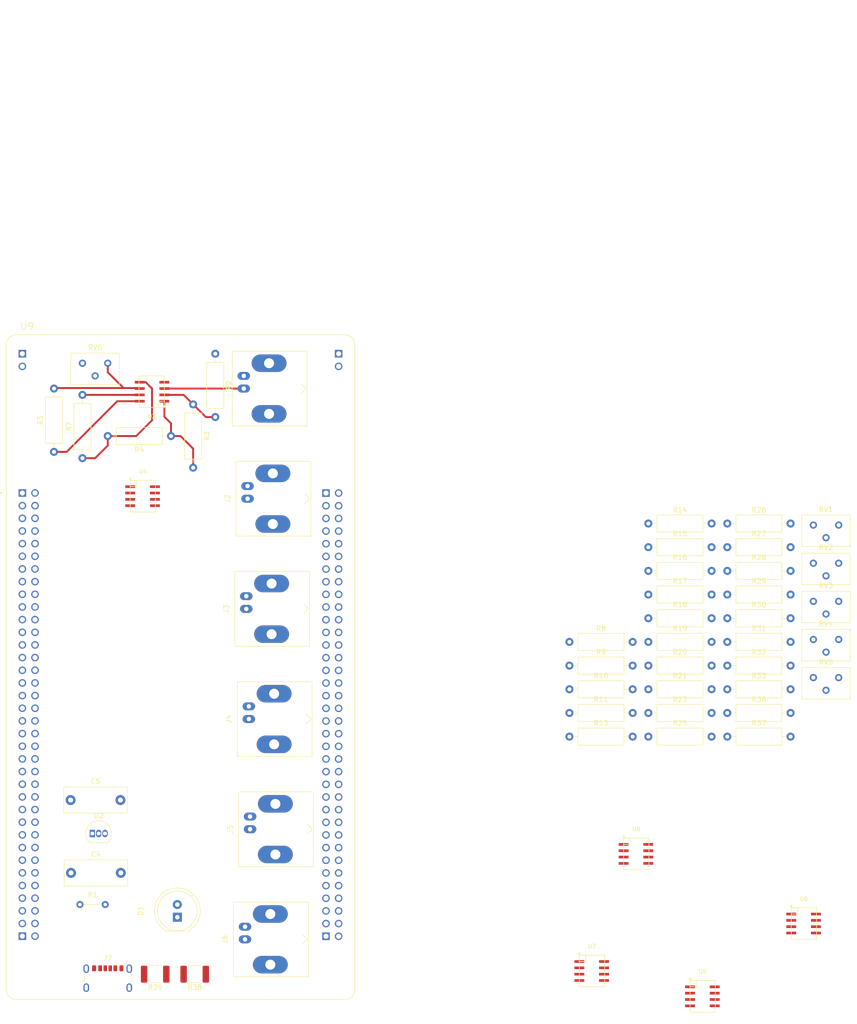
<source format=kicad_pcb>
(kicad_pcb (version 20241229) (generator "pcbnew") (generator_version "9.0")
  (layers (0 "F.Cu" signal) (2 "B.Cu" signal) (13 "F.Paste" user) (15 "B.Paste" user) (5 "F.SilkS" user "F.Silkscreen") (7 "B.SilkS" user "B.Silkscreen") (1 "F.Mask" user) (3 "B.Mask" user) (25 "Edge.Cuts" user))
  (net 0 "")
  (net 1 "GND")
  (net 2 "5V")
  (net 3 "3V3")
  (net 4 "Net-(D1-A)")
  (net 5 "Net-(J7-CC1)")
  (net 6 "Net-(J7-CC2)")
  (net 7 "Net-(R2-Pad2)")
  (net 8 "Net-(R3-Pad2)")
  (net 9 "Net-(R4-Pad2)")
  (net 10 "Net-(R5-Pad2)")
  (net 11 "pulse_out1")
  (net 12 "Net-(R8-Pad2)")
  (net 13 "Net-(R10-Pad1)")
  (net 14 "Net-(R10-Pad2)")
  (net 15 "Net-(R11-Pad2)")
  (net 16 "pulse_out2")
  (net 17 "Net-(R14-Pad2)")
  (net 18 "Net-(R15-Pad2)")
  (net 19 "Net-(R16-Pad2)")
  (net 20 "Net-(R17-Pad2)")
  (net 21 "Net-(R18-Pad2)")
  (net 22 "Net-(R19-Pad2)")
  (net 23 "Net-(R20-Pad2)")
  (net 24 "Net-(R21-Pad2)")
  (net 25 "pulse_out4")
  (net 26 "pulse_out3")
  (net 27 "Net-(R26-Pad2)")
  (net 28 "Net-(R27-Pad2)")
  (net 29 "Net-(R28-Pad2)")
  (net 30 "Net-(R29-Pad2)")
  (net 31 "Net-(R30-Pad2)")
  (net 32 "Net-(R31-Pad2)")
  (net 33 "Net-(R32-Pad2)")
  (net 34 "Net-(R33-Pad2)")
  (net 35 "pulse_out5")
  (net 36 "pulse_out6")
  (net 38 "Net-(U9J-GND_CN16-PadCN16_1)")
  (net 41 "Net-(U9A-GND_CN11-PadCN11_19)")
  (net 54 "Net-(U9I-GND_CN15-PadCN15_1)")
  (net 56 "Net-(U9B-GND_CN12-PadCN12_20)")
  (net 66 "Net-(U9H-GND_CN4-PadCN4_1)")
  (net 98 "Net-(U9G-GND_CN3-PadCN3_1)")
  (net 172 "Net-(J1-In)")
  (net 173 "Net-(J2-In)")
  (net 174 "Net-(J3-In)")
  (net 175 "Net-(J4-In)")
  (net 176 "Net-(J5-In)")
  (net 177 "Net-(J6-In)")
  (footprint "Resistor_THT:R_Axial_DIN0309_L9.0mm_D3.2mm_P12.70mm_Horizontal" (layer "F.Cu") (at 158.7 94.005)
    (property "Reference" "R19")
    (property "Value" "10k")
  )
  (footprint "LED_THT:LED_D8.0mm" (layer "F.Cu") (at 64.135 149.225 90)
    (property "Reference" "D1")
    (property "Value" "LED_RED")
  )
  (footprint "Connector_Coaxial:BNC_Amphenol_B6252HB-NPP3G-50_Horizontal" (layer "F.Cu") (at 78.74 131.572 -90)
    (property "Reference" "J5")
    (property "Value" "Conn_Coaxial")
  )
  (footprint "ADA4891:SOIC8" (layer "F.Cu") (at 61.5315 41.91 180)
    (property "Reference" "U3")
    (property "Value" "ADA4891-2ARZ-R7")
  )
  (footprint "NUCLEOH723ZG:MODULE_NUCLEOH723ZG" (layer "F.Cu") (at 64.77 99.06)
    (property "Reference" "U9")
    (property "Value" "NUCLEOH723ZG")
  )
  (footprint "Capacitor_THT:C_Disc_D12.5mm_W5.0mm_P10.00mm" (layer "F.Cu") (at 42.785 140.335)
    (property "Reference" "C4")
    (property "Value" "1u")
  )
  (footprint "Resistor_THT:R_Axial_DIN0309_L9.0mm_D3.2mm_P12.70mm_Horizontal" (layer "F.Cu") (at 158.7 89.255)
    (property "Reference" "R18")
    (property "Value" "15k")
  )
  (footprint "Potentiometer_THT:Potentiometer_Bourns_3299Y_Vertical" (layer "F.Cu") (at 196.91 85.865)
    (property "Reference" "RV3")
    (property "Value" "R_Potentiometer")
  )
  (footprint "Resistor_THT:R_Axial_DIN0309_L9.0mm_D3.2mm_P12.70mm_Horizontal" (layer "F.Cu") (at 174.55 103.505)
    (property "Reference" "R33")
    (property "Value" "10k")
  )
  (footprint "ADA4891:SOIC8" (layer "F.Cu") (at 144.8435 161.925)
    (property "Reference" "U7")
    (property "Value" "ADA4891-2ARZ-R7")
  )
  (footprint "ADA4891:SOIC8" (layer "F.Cu") (at 167.0685 167.005)
    (property "Reference" "U5")
    (property "Value" "ADA4891-2ARZ-R7")
  )
  (footprint "Potentiometer_THT:Potentiometer_Bourns_3299Y_Vertical" (layer "F.Cu") (at 196.91 101.165)
    (property "Reference" "RV5")
    (property "Value" "R_Potentiometer")
  )
  (footprint "ADA4891:SOIC8" (layer "F.Cu") (at 54.6735 66.675)
    (property "Reference" "U4")
    (property "Value" "ADA4891-2ARZ-R7")
  )
  (footprint "Resistor_THT:R_Axial_DIN0309_L9.0mm_D3.2mm_P12.70mm_Horizontal" (layer "F.Cu") (at 174.55 79.755)
    (property "Reference" "R28")
    (property "Value" "8.2k")
  )
  (footprint "Resistor_THT:R_Axial_DIN0309_L9.0mm_D3.2mm_P12.70mm_Horizontal" (layer "F.Cu") (at 142.85 94.005)
    (property "Reference" "R8")
    (property "Value" "10k")
  )
  (footprint "Resistor_THT:R_Axial_DIN0309_L9.0mm_D3.2mm_P12.70mm_Horizontal" (layer "F.Cu") (at 67.31 46.355 -90)
    (property "Reference" "R3")
    (property "Value" "8.2k")
  )
  (footprint "ADA4891:SOIC8" (layer "F.Cu") (at 187.3885 152.4)
    (property "Reference" "U6")
    (property "Value" "ADA4891-2ARZ-R7")
  )
  (footprint "Potentiometer_THT:Potentiometer_Bourns_3299Y_Vertical" (layer "F.Cu") (at 50.165 38.1)
    (property "Reference" "RV6")
    (property "Value" "R_Potentiometer")
  )
  (footprint "Resistor_THT:R_Axial_DIN0309_L9.0mm_D3.2mm_P12.70mm_Horizontal" (layer "F.Cu") (at 174.55 94.005)
    (property "Reference" "R31")
    (property "Value" "15k")
  )
  (footprint "Resistor_THT:R_Axial_DIN0309_L9.0mm_D3.2mm_P12.70mm_Horizontal" (layer "F.Cu") (at 158.7 75.005)
    (property "Reference" "R15")
    (property "Value" "10k")
  )
  (footprint "Potentiometer_THT:Potentiometer_Bourns_3299Y_Vertical" (layer "F.Cu") (at 196.91 78.215)
    (property "Reference" "RV2")
    (property "Value" "R_Potentiometer")
  )
  (footprint "Resistor_THT:R_Axial_DIN0309_L9.0mm_D3.2mm_P12.70mm_Horizontal" (layer "F.Cu") (at 174.55 98.755)
    (property "Reference" "R32")
    (property "Value" "10k")
  )
  (footprint "Resistor_THT:R_Axial_DIN0309_L9.0mm_D3.2mm_P12.70mm_Horizontal" (layer "F.Cu") (at 45.085 57.15 90)
    (property "Reference" "R7")
    (property "Value" "33k")
  )
  (footprint "ADA4891:SOIC8" (layer "F.Cu") (at 153.7335 138.43)
    (property "Reference" "U8")
    (property "Value" "ADA4891-2ARZ-R7")
  )
  (footprint "Resistor_THT:R_Axial_DIN0309_L9.0mm_D3.2mm_P12.70mm_Horizontal" (layer "F.Cu") (at 39.37 55.88 90)
    (property "Reference" "R5")
    (property "Value" "10k")
  )
  (footprint "Resistor_THT:R_Axial_DIN0309_L9.0mm_D3.2mm_P12.70mm_Horizontal" (layer "F.Cu") (at 142.85 113.005)
    (property "Reference" "R13")
    (property "Value" "33k")
  )
  (footprint "Resistor_THT:R_Axial_DIN0204_L3.6mm_D1.6mm_P5.08mm_Vertical" (layer "F.Cu") (at 44.58 146.685)
    (property "Reference" "R1")
    (property "Value" "660")
  )
  (footprint "Resistor_THT:R_Axial_DIN0309_L9.0mm_D3.2mm_P12.70mm_Horizontal" (layer "F.Cu") (at 158.7 108.255)
    (property "Reference" "R23")
    (property "Value" "33k")
  )
  (footprint "Resistor_THT:R_Axial_DIN0309_L9.0mm_D3.2mm_P12.70mm_Horizontal" (layer "F.Cu") (at 158.7 113.005)
    (property "Reference" "R25")
    (property "Value" "33k")
  )
  (footprint "Resistor_THT:R_Axial_DIN0309_L9.0mm_D3.2mm_P12.70mm_Horizontal" (layer "F.Cu") (at 174.55 108.255)
    (property "Reference" "R36")
    (property "Value" "33k")
  )
  (footprint "Potentiometer_THT:Potentiometer_Bourns_3299Y_Vertical" (layer "F.Cu") (at 196.91 70.565)
    (property "Reference" "RV1")
    (property "Value" "R_Potentiometer")
  )
  (footprint "Resistor_THT:R_Axial_DIN0309_L9.0mm_D3.2mm_P12.70mm_Horizontal" (layer "F.Cu") (at 158.7 84.505)
    (property "Reference" "R17")
    (property "Value" "8.2k")
  )
  (footprint "Resistor_THT:R_Axial_DIN0309_L9.0mm_D3.2mm_P12.70mm_Horizontal" (layer "F.Cu") (at 174.55 84.505)
    (property "Reference" "R29")
    (property "Value" "8.2k")
  )
  (footprint "Connector_Coaxial:BNC_Amphenol_B6252HB-NPP3G-50_Horizontal" (layer "F.Cu") (at 78.486 109.474 -90)
    (property "Reference" "J4")
    (property "Value" "Conn_Coaxial")
  )
  (footprint "Resistor_THT:R_Axial_DIN0309_L9.0mm_D3.2mm_P12.70mm_Horizontal" (layer "F.Cu") (at 142.85 108.255)
    (property "Reference" "R11")
    (property "Value" "10k")
  )
  (footprint "Resistor_THT:R_Axial_DIN0309_L9.0mm_D3.2mm_P12.70mm_Horizontal" (layer "F.Cu") (at 174.55 70.255)
    (property "Reference" "R26")
    (property "Value" "10k")
  )
  (footprint "Resistor_THT:R_Axial_DIN0309_L9.0mm_D3.2mm_P12.70mm_Horizontal" (layer "F.Cu") (at 142.85 98.755)
    (property "Reference" "R9")
    (property "Value" "8.2k")
  )
  (footprint "Potentiometer_THT:Potentiometer_Bourns_3299Y_Vertical" (layer "F.Cu") (at 196.91 93.515)
    (property "Reference" "RV4")
    (property "Value" "R_Potentiometer")
  )
  (footprint "Resistor_SMD:R_1812_4532Metric_Pad1.30x3.40mm_HandSolder" (layer "F.Cu") (at 67.625 160.655 180)
    (property "Reference" "R38")
    (property "Value" "5.1k")
  )
  (footprint "Resistor_SMD:R_1812_4532Metric_Pad1.30x3.40mm_HandSolder" (layer "F.Cu") (at 59.69 160.655 180)
    (property "Reference" "R39")
    (property "Value" "5.1k")
  )
  (footprint "Resistor_THT:R_Axial_DIN0309_L9.0mm_D3.2mm_P12.70mm_Horizontal" (layer "F.Cu") (at 158.7 103.505)
    (property "Reference" "R21")
    (property "Value" "10k")
  )
  (footprint "Resistor_THT:R_Axial_DIN0309_L9.0mm_D3.2mm_P12.70mm_Horizontal" (layer "F.Cu") (at 174.55 75.005)
    (property "Reference" "R27")
    (property "Value" "10k")
  )
  (footprint "Resistor_THT:R_Axial_DIN0309_L9.0mm_D3.2mm_P12.70mm_Horizontal" (layer "F.Cu") (at 174.55 113.005)
    (property "Reference" "R37")
    (property "Value" "33k")
  )
  (footprint "Resistor_THT:R_Axial_DIN0309_L9.0mm_D3.2mm_P12.70mm_Horizontal" (layer "F.Cu") (at 158.7 70.255)
    (property "Reference" "R14")
    (property "Value" "10k")
  )
  (footprint "Resistor_THT:R_Axial_DIN0309_L9.0mm_D3.2mm_P12.70mm_Horizontal" (layer "F.Cu") (at 174.55 89.255)
    (property "Reference" "R30")
    (property "Value" "15k")
  )
  (footprint "Resistor_THT:R_Axial_DIN0309_L9.0mm_D3.2mm_P12.70mm_Horizontal" (layer "F.Cu") (at 158.7 98.755)
    (property "Reference" "R20")
    (property "Value" "15k")
  )
  (footprint "Connector_Coaxial:BNC_Amphenol_B6252HB-NPP3G-50_Horizontal" (layer "F.Cu") (at 77.978 87.376 -90)
    (property "Reference" "J3")
    (property "Value" "Conn_Coaxial")
  )
  (footprint "Connector_USB:USB_C_Receptacle_GCT_USB4125-xx-x-0190_6P_TopMnt_Horizontal" (layer "F.Cu") (at 50.165 162.56)
    (property "Reference" "J7")
    (property "Value" "USB_C_Receptacle_PowerOnly_6P")
  )
  (footprint "Resistor_THT:R_Axial_DIN0309_L9.0mm_D3.2mm_P12.70mm_Horizontal" (layer "F.Cu") (at 142.85 103.505)
    (property "Reference" "R10")
    (property "Value" "15k")
  )
  (footprint "Connector_Coaxial:BNC_Amphenol_B6252HB-NPP3G-50_Horizontal" (layer "F.Cu") (at 77.724 153.67 -90)
    (property "Reference" "J6")
    (property "Value" "Conn_Coaxial")
  )
  (footprint "Package_TO_SOT_THT:TO-92_Inline" (layer "F.Cu") (at 47.07 132.44)
    (property "Reference" "U2")
    (property "Value" "MCP1700x-330xxTO")
  )
  (footprint "Capacitor_THT:C_Disc_D12.5mm_W5.0mm_P10.00mm" (layer "F.Cu") (at 42.705 125.73)
    (property "Reference" "C5")
    (property "Value" "1u")
  )
  (footprint "Connector_Coaxial:BNC_Amphenol_B6252HB-NPP3G-50_Horizontal" (layer "F.Cu") (at 78.232 65.278 -90)
    (property "Reference" "J2")
    (property "Value" "Conn_Coaxial")
  )
  (footprint "Resistor_THT:R_Axial_DIN0309_L9.0mm_D3.2mm_P12.70mm_Horizontal" (layer "F.Cu") (at 62.865 52.705 180)
    (property "Reference" "R4")
    (property "Value" "15k")
  )
  (footprint "Resistor_THT:R_Axial_DIN0309_L9.0mm_D3.2mm_P12.70mm_Horizontal" (layer "F.Cu") (at 158.7 79.755)
    (property "Reference" "R16")
    (property "Value" "8.2k")
  )
  (footprint "Resistor_THT:R_Axial_DIN0309_L9.0mm_D3.2mm_P12.70mm_Horizontal" (layer "F.Cu") (at 71.755 36.195 -90)
    (property "Reference" "R2")
    (property "Value" "10k")
  )
  (footprint "Connector_Coaxial:BNC_Amphenol_B6252HB-NPP3G-50_Horizontal" (layer "F.Cu") (at 77.47 43.18 -90)
    (property "Reference" "J1")
    (property "Value" "Conn_Coaxial")
  )
  (segment (start 39.37 55.88) (end 41.91 55.88) (width 0.381) (layer "F.Cu") (net 3))
  (segment (start 41.91 55.88) (end 52.07 45.72) (width 0.381) (layer "F.Cu") (net 3))
  (segment (start 52.07 45.72) (end 56.5785 45.72) (width 0.381) (layer "F.Cu") (net 3))
  (segment (start 61.5315 44.45) (end 65.405 44.45) (width 0.381) (layer "F.Cu") (net 7))
  (segment (start 65.405 44.45) (end 67.31 46.355) (width 0.381) (layer "F.Cu") (net 7))
  (segment (start 69.85 48.895) (end 67.31 46.355) (width 0.381) (layer "F.Cu") (net 7))
  (segment (start 71.755 48.895) (end 69.85 48.895) (width 0.381) (layer "F.Cu") (net 7))
  (segment (start 62.865 52.705) (end 64.77 52.705) (width 0.381) (layer "F.Cu") (net 8))
  (segment (start 61.5315 48.8315) (end 61.5315 45.72) (width 0.381) (layer "F.Cu") (net 8))
  (segment (start 64.77 52.705) (end 67.31 55.245) (width 0.381) (layer "F.Cu") (net 8))
  (segment (start 62.865 52.705) (end 62.865 50.165) (width 0.381) (layer "F.Cu") (net 8))
  (segment (start 67.31 55.245) (end 67.31 59.055) (width 0.381) (layer "F.Cu") (net 8))
  (segment (start 62.865 50.165) (end 61.5315 48.8315) (width 0.381) (layer "F.Cu") (net 8))
  (segment (start 47.625 57.15) (end 50.165 54.61) (width 0.381) (layer "F.Cu") (net 9))
  (segment (start 50.165 54.61) (end 50.165 52.705) (width 0.381) (layer "F.Cu") (net 9))
  (segment (start 55.88 52.705) (end 59.055 49.53) (width 0.381) (layer "F.Cu") (net 9))
  (segment (start 50.165 52.705) (end 55.88 52.705) (width 0.381) (layer "F.Cu") (net 9))
  (segment (start 59.055 43.18) (end 57.785 41.91) (width 0.381) (layer "F.Cu") (net 9))
  (segment (start 57.785 41.91) (end 56.5785 41.91) (width 0.381) (layer "F.Cu") (net 9))
  (segment (start 59.055 49.53) (end 59.055 43.18) (width 0.381) (layer "F.Cu") (net 9))
  (segment (start 45.085 57.15) (end 47.625 57.15) (width 0.381) (layer "F.Cu") (net 9))
  (segment (start 53.34 43.0775) (end 56.476 43.0775) (width 0.381) (layer "F.Cu") (net 10))
  (segment (start 50.165 38.1) (end 50.165 39.9025) (width 0.381) (layer "F.Cu") (net 10))
  (segment (start 39.4725 43.0775) (end 53.34 43.0775) (width 0.381) (layer "F.Cu") (net 10))
  (segment (start 56.476 43.0775) (end 56.5785 43.18) (width 0.381) (layer "F.Cu") (net 10))
  (segment (start 50.165 39.9025) (end 53.34 43.0775) (width 0.381) (layer "F.Cu") (net 10))
  (segment (start 39.37 43.18) (end 39.4725 43.0775) (width 0.381) (layer "F.Cu") (net 10))
  (segment (start 45.085 44.45) (end 56.5785 44.45) (width 0.381) (layer "F.Cu") (net 11))
  (segment (start 77.47 43.18) (end 61.5315 43.18) (width 0.381) (layer "F.Cu") (net 172))
)
</source>
